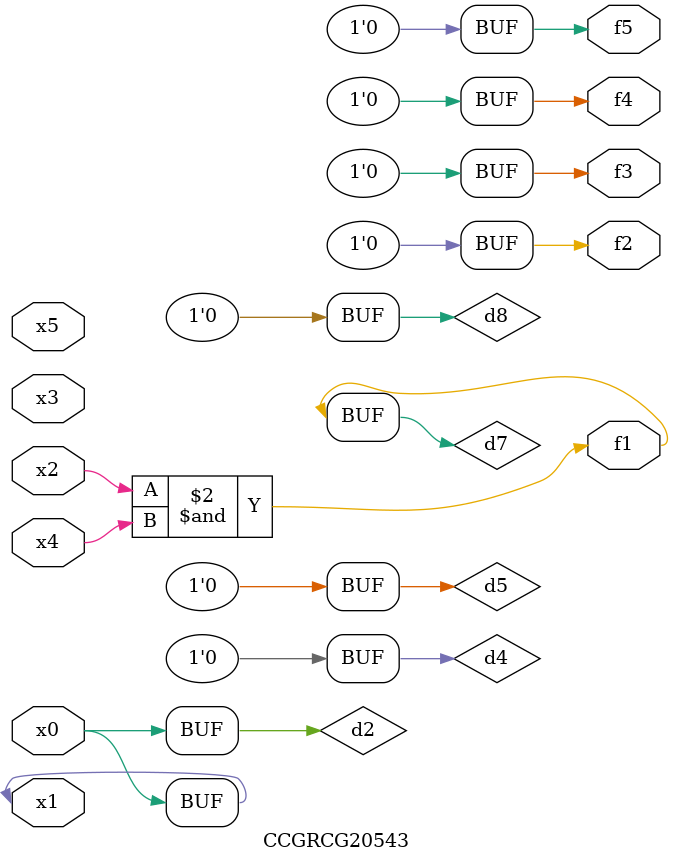
<source format=v>
module CCGRCG20543(
	input x0, x1, x2, x3, x4, x5,
	output f1, f2, f3, f4, f5
);

	wire d1, d2, d3, d4, d5, d6, d7, d8, d9;

	nand (d1, x1);
	buf (d2, x0, x1);
	nand (d3, x2, x4);
	and (d4, d1, d2);
	and (d5, d1, d2);
	nand (d6, d1, d3);
	not (d7, d3);
	xor (d8, d5);
	nor (d9, d5, d6);
	assign f1 = d7;
	assign f2 = d8;
	assign f3 = d8;
	assign f4 = d8;
	assign f5 = d8;
endmodule

</source>
